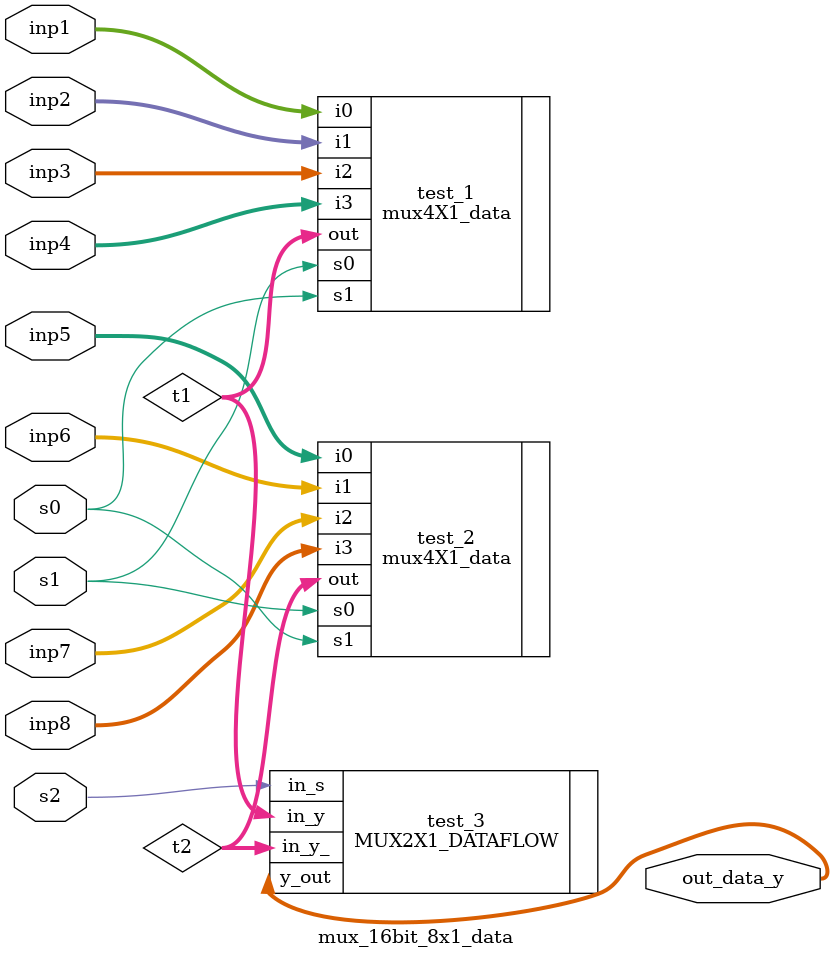
<source format=v>
module mux_16bit_8x1_data(out_data_y,inp1,inp2,inp3,inp4,inp5,inp6,inp7,inp8,s0,s1,s2);
output[15:0]out_data_y;
input[15:0]inp1,inp2,inp3,inp4,inp5,inp6,inp7,inp8;
input s0,s1,s2;
wire[15:0] t1,t2;

mux4X1_data test_1(.out(t1),.i0(inp1),.i1(inp2),.i2(inp3),.i3(inp4),.s1(s0),.s0(s1));
mux4X1_data test_2(.out(t2),.i0(inp5),.i1(inp6),.i2(inp7),.i3(inp8),.s1(s0),.s0(s1));
MUX2X1_DATAFLOW test_3(.y_out(out_data_y),.in_y(t1),.in_y_(t2),.in_s(s2));


endmodule 

</source>
